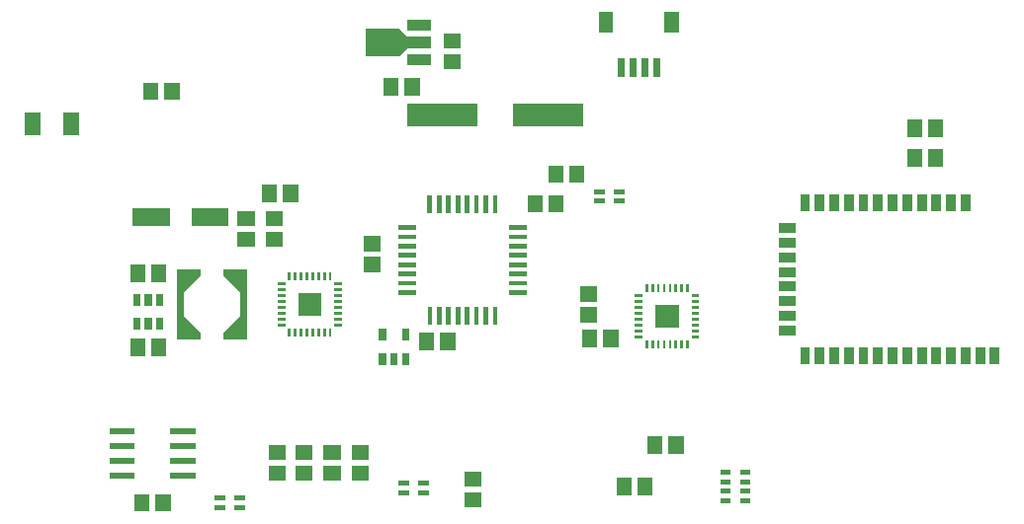
<source format=gbr>
G04 start of page 11 for group -4015 idx -4015 *
G04 Title: (unknown), toppaste *
G04 Creator: pcb 20140316 *
G04 CreationDate: Thu 02 Jul 2020 08:21:27 PM GMT UTC *
G04 For: railfan *
G04 Format: Gerber/RS-274X *
G04 PCB-Dimensions (mil): 3500.00 1750.00 *
G04 PCB-Coordinate-Origin: lower left *
%MOIN*%
%FSLAX25Y25*%
%LNTOPPASTE*%
%ADD131R,0.0230X0.0230*%
%ADD130R,0.0945X0.0945*%
%ADD129R,0.0378X0.0378*%
%ADD128R,0.0787X0.0787*%
%ADD127R,0.0240X0.0240*%
%ADD126R,0.0157X0.0157*%
%ADD125R,0.0630X0.0630*%
%ADD124R,0.0550X0.0550*%
%ADD123R,0.0472X0.0472*%
%ADD122R,0.0236X0.0236*%
%ADD121R,0.0330X0.0330*%
%ADD120R,0.0167X0.0167*%
%ADD119C,0.0001*%
%ADD118R,0.0091X0.0091*%
%ADD117R,0.0200X0.0200*%
%ADD116R,0.0512X0.0512*%
G54D116*X189457Y109393D02*Y108607D01*
X196543Y109393D02*Y108607D01*
X56957Y8393D02*Y7607D01*
X64043Y8393D02*Y7607D01*
X130107Y25043D02*X130893D01*
X130107Y17957D02*X130893D01*
X111107Y25000D02*X111893D01*
X111107Y17914D02*X111893D01*
G54D117*X67500Y17000D02*X74000D01*
X67500Y22000D02*X74000D01*
X67500Y27000D02*X74000D01*
X67500Y32000D02*X74000D01*
X47000D02*X53500D01*
X47000Y27000D02*X53500D01*
X47000Y22000D02*X53500D01*
X47000Y17000D02*X53500D01*
G54D118*X106610Y66280D02*Y64626D01*
X108579Y66280D02*Y64626D01*
X110547Y66280D02*Y64626D01*
X112516Y66280D02*Y64626D01*
X114484Y66280D02*Y64626D01*
X116453Y66280D02*Y64626D01*
X118421Y66280D02*Y64626D01*
X120390Y66280D02*Y64626D01*
X122220Y68110D02*X123874D01*
X122220Y70079D02*X123874D01*
X122220Y72047D02*X123874D01*
X122220Y74016D02*X123874D01*
X122220Y75984D02*X123874D01*
X122220Y77953D02*X123874D01*
X122220Y79921D02*X123874D01*
X122220Y81890D02*X123874D01*
X120390Y85374D02*Y83720D01*
X118421Y85374D02*Y83720D01*
X116453Y85374D02*Y83720D01*
X114484Y85374D02*Y83720D01*
X112516Y85374D02*Y83720D01*
X110547Y85374D02*Y83720D01*
X108579Y85374D02*Y83720D01*
X106610Y85374D02*Y83720D01*
X103126Y81890D02*X104780D01*
X103126Y79921D02*X104780D01*
X103126Y77953D02*X104780D01*
X103126Y75984D02*X104780D01*
X103126Y74016D02*X104780D01*
X103126Y72047D02*X104780D01*
X103126Y70079D02*X104780D01*
X103126Y68110D02*X104780D01*
G54D119*G36*
X109563Y78937D02*Y71063D01*
X117437D01*
Y78937D01*
X109563D01*
G37*
G54D116*X102107Y25043D02*X102893D01*
X102107Y17957D02*X102893D01*
X120607Y25086D02*X121393D01*
X120607Y18000D02*X121393D01*
X203543Y119393D02*Y118607D01*
X196457Y119393D02*Y118607D01*
G54D120*X216913Y109925D02*X218783D01*
X216913Y113075D02*X218783D01*
X210217D02*X212087D01*
X210217Y109925D02*X212087D01*
G54D116*X207107Y78543D02*X207893D01*
X207107Y71457D02*X207893D01*
X207957Y63893D02*Y63107D01*
X215043Y63893D02*Y63107D01*
G54D121*X334646Y110500D02*Y108098D01*
X329724Y110500D02*Y108098D01*
X324803Y110500D02*Y108098D01*
X319882Y110500D02*Y108098D01*
X314961Y110500D02*Y108098D01*
X310039Y110500D02*Y108098D01*
X305118Y110500D02*Y108098D01*
X300197Y110500D02*Y108098D01*
X295276Y110500D02*Y108098D01*
X290354Y110500D02*Y108098D01*
X285433Y110500D02*Y108098D01*
X280512Y110500D02*Y108098D01*
X273252Y100724D02*X275650D01*
X273252Y95803D02*X275650D01*
X273252Y90882D02*X275650D01*
X273252Y85961D02*X275650D01*
X273252Y81039D02*X275650D01*
X273252Y76118D02*X275650D01*
X273252Y71197D02*X275650D01*
X273252Y66276D02*X275650D01*
X280512Y58902D02*Y56500D01*
X285433Y58902D02*Y56500D01*
X290354Y58902D02*Y56500D01*
X295276Y58902D02*Y56500D01*
X300197Y58902D02*Y56500D01*
X305118Y58902D02*Y56500D01*
X310039Y58902D02*Y56500D01*
X314961Y58902D02*Y56500D01*
X319882Y58902D02*Y56500D01*
X324803Y58902D02*Y56500D01*
X329724Y58902D02*Y56500D01*
X334646Y58902D02*Y56500D01*
X339567Y58902D02*Y56500D01*
X344488Y58902D02*Y56500D01*
G54D118*X227110Y62280D02*Y60626D01*
X229079Y62280D02*Y60626D01*
X231047Y62280D02*Y60626D01*
X233016Y62280D02*Y60626D01*
X234984Y62280D02*Y60626D01*
X236953Y62280D02*Y60626D01*
X238921Y62280D02*Y60626D01*
X240890Y62280D02*Y60626D01*
X242720Y64110D02*X244374D01*
X242720Y66079D02*X244374D01*
X242720Y68047D02*X244374D01*
X242720Y70016D02*X244374D01*
X242720Y71984D02*X244374D01*
X242720Y73953D02*X244374D01*
X242720Y75921D02*X244374D01*
X242720Y77890D02*X244374D01*
X240890Y81374D02*Y79720D01*
X238921Y81374D02*Y79720D01*
X236953Y81374D02*Y79720D01*
X234984Y81374D02*Y79720D01*
X233016Y81374D02*Y79720D01*
X231047Y81374D02*Y79720D01*
X229079Y81374D02*Y79720D01*
X227110Y81374D02*Y79720D01*
X223626Y77890D02*X225280D01*
X223626Y75921D02*X225280D01*
X223626Y73953D02*X225280D01*
X223626Y71984D02*X225280D01*
X223626Y70016D02*X225280D01*
X223626Y68047D02*X225280D01*
X223626Y66079D02*X225280D01*
X223626Y64110D02*X225280D01*
G54D119*G36*
X230063Y74937D02*Y67063D01*
X237937D01*
Y74937D01*
X230063D01*
G37*
G54D122*X230406Y156870D02*Y153130D01*
X226469Y156870D02*Y153130D01*
X222531Y156870D02*Y153130D01*
X218594Y156870D02*Y153130D01*
G54D123*X235524Y171437D02*Y169075D01*
X213476Y171437D02*Y169075D01*
G54D116*X161107Y164043D02*X161893D01*
X161107Y156957D02*X161893D01*
X226543Y13893D02*Y13107D01*
X219457Y13893D02*Y13107D01*
G54D124*X20000Y137000D02*Y135000D01*
X33000Y137000D02*Y135000D01*
G54D125*X57008Y104500D02*X63307D01*
X76693D02*X82992D01*
G54D116*X99957Y112893D02*Y112107D01*
X107043Y112893D02*Y112107D01*
X101107Y96957D02*X101893D01*
X101107Y104043D02*X101893D01*
X91607Y96957D02*X92393D01*
X91607Y104043D02*X92393D01*
G54D120*X88913Y6425D02*X90783D01*
X88913Y9575D02*X90783D01*
X82217D02*X84087D01*
X82217Y6425D02*X84087D01*
X252717Y18224D02*X254587D01*
X252717Y15075D02*X254587D01*
X252717Y11925D02*X254587D01*
X252717Y8776D02*X254587D01*
X259413D02*X261283D01*
X259413Y11925D02*X261283D01*
X259413Y15075D02*X261283D01*
X259413Y18224D02*X261283D01*
G54D116*X168107Y16043D02*X168893D01*
X168107Y8957D02*X168893D01*
G54D120*X144217Y14575D02*X146087D01*
X144217Y11425D02*X146087D01*
X150913D02*X152783D01*
X150913Y14575D02*X152783D01*
G54D126*X181566Y78977D02*X185992D01*
X181566Y82126D02*X185992D01*
X181566Y85276D02*X185992D01*
X181566Y88425D02*X185992D01*
X181566Y91575D02*X185992D01*
X181566Y94725D02*X185992D01*
X181566Y97874D02*X185992D01*
X181566Y101024D02*X185992D01*
X176023Y110992D02*Y106566D01*
X172874Y110992D02*Y106566D01*
X169724Y110992D02*Y106566D01*
X166575Y110992D02*Y106566D01*
X163425Y110992D02*Y106566D01*
X160275Y110992D02*Y106566D01*
X157126Y110992D02*Y106566D01*
X153976Y110992D02*Y106566D01*
X144008Y101023D02*X148434D01*
X144008Y97874D02*X148434D01*
X144008Y94724D02*X148434D01*
X144008Y91575D02*X148434D01*
X144008Y88425D02*X148434D01*
X144008Y85275D02*X148434D01*
X144008Y82126D02*X148434D01*
X144008Y78976D02*X148434D01*
X153977Y73434D02*Y69008D01*
X157126Y73434D02*Y69008D01*
X160276Y73434D02*Y69008D01*
X163425Y73434D02*Y69008D01*
X166575Y73434D02*Y69008D01*
X169725Y73434D02*Y69008D01*
X172874Y73434D02*Y69008D01*
X176024Y73434D02*Y69008D01*
G54D127*X145800Y65500D02*Y63900D01*
X138000Y65500D02*Y63900D01*
Y57300D02*Y55700D01*
X141900Y57300D02*Y55700D01*
X145800Y57300D02*Y55700D01*
G54D116*X134107Y95543D02*X134893D01*
X134107Y88457D02*X134893D01*
G54D128*X185843Y139000D02*X201591D01*
X150409D02*X166157D01*
G54D116*X140957Y148893D02*Y148107D01*
X148043Y148893D02*Y148107D01*
G54D129*X148390Y157594D02*X152484D01*
X140674Y163500D02*X152484D01*
G54D130*X137050D02*X138940D01*
G54D119*G36*
X142245Y160195D02*X145085Y163035D01*
X146505Y161615D01*
X143665Y158775D01*
X142245Y160195D01*
G37*
G36*
X143665Y168225D02*X146505Y165385D01*
X145085Y163965D01*
X142245Y166805D01*
X143665Y168225D01*
G37*
G54D129*X148390Y169406D02*X152484D01*
G54D116*X229957Y27893D02*Y27107D01*
X237043Y27893D02*Y27107D01*
X324543Y124893D02*Y124107D01*
X317457Y124893D02*Y124107D01*
X324543Y134893D02*Y134107D01*
X317457Y134893D02*Y134107D01*
X160043Y62893D02*Y62107D01*
X152957Y62893D02*Y62107D01*
G54D127*X62950Y77350D02*Y75750D01*
X59050Y77350D02*Y75750D01*
X55150Y77350D02*Y75750D01*
Y69150D02*Y67550D01*
X59050Y69150D02*Y67550D01*
X62950Y69150D02*Y67550D01*
G54D131*X69850Y85750D02*Y64350D01*
X75450D01*
X69850Y85750D02*X75450D01*
X91250D02*Y64350D01*
X85650D02*X91250D01*
X85650Y85750D02*X91250D01*
G54D119*G36*
X71000Y71094D02*X76594Y65500D01*
X74473Y63379D01*
X68879Y68973D01*
X71000Y71094D01*
G37*
G36*
X68879Y81127D02*X74473Y86721D01*
X76594Y84600D01*
X71000Y79006D01*
X68879Y81127D01*
G37*
G36*
X84506Y65500D02*X90100Y71094D01*
X92221Y68973D01*
X86627Y63379D01*
X84506Y65500D01*
G37*
G36*
X86627Y86721D02*X92221Y81127D01*
X90100Y79006D01*
X84506Y84600D01*
X86627Y86721D01*
G37*
G36*
X69200Y67300D02*Y63700D01*
X72800D01*
Y67300D01*
X69200D01*
G37*
G36*
Y86400D02*Y82800D01*
X72800D01*
Y86400D01*
X69200D01*
G37*
G36*
X88300Y67300D02*Y63700D01*
X91900D01*
Y67300D01*
X88300D01*
G37*
G36*
Y86400D02*Y82800D01*
X91900D01*
Y86400D01*
X88300D01*
G37*
G54D116*X55457Y85893D02*Y85107D01*
X62543Y85893D02*Y85107D01*
X62593Y60943D02*Y60157D01*
X55507Y60943D02*Y60157D01*
X67043Y147393D02*Y146607D01*
X59957Y147393D02*Y146607D01*
M02*

</source>
